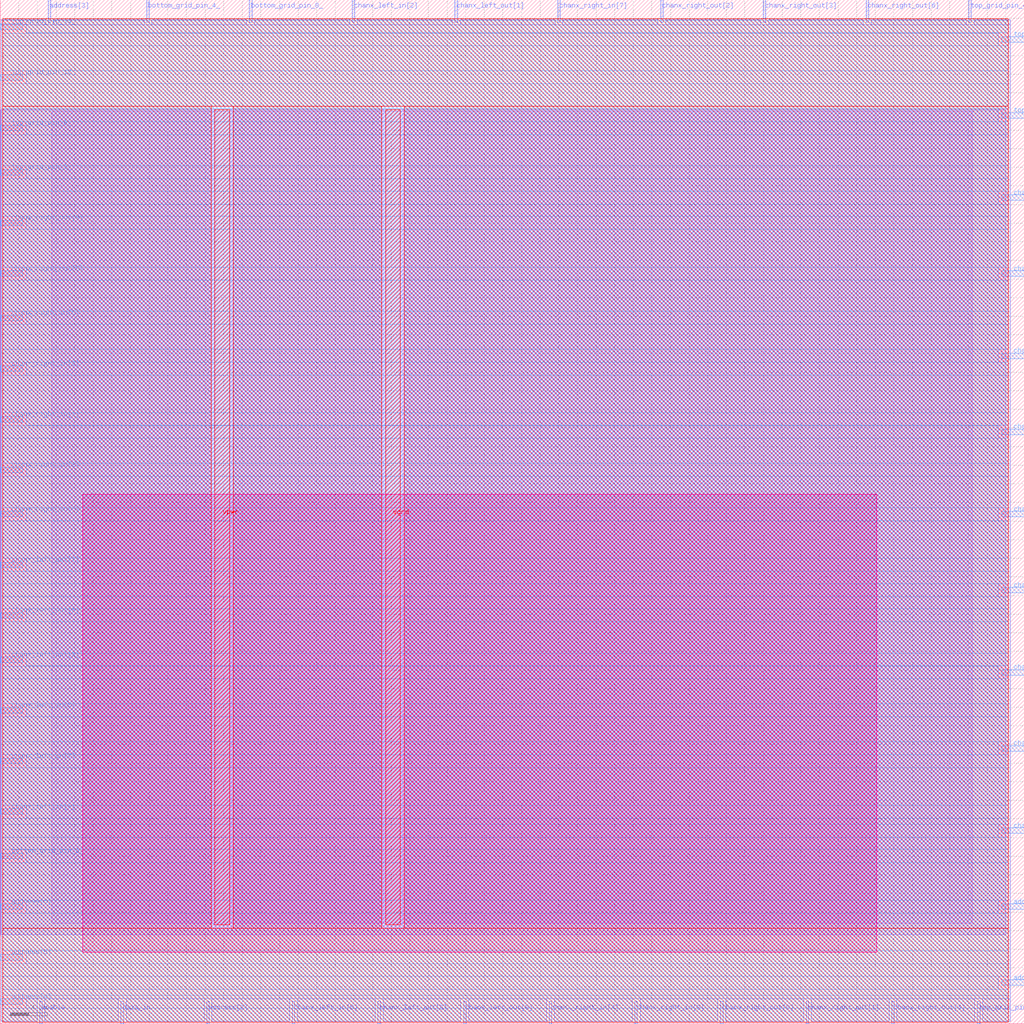
<source format=lef>
VERSION 5.7 ;
  NOWIREEXTENSIONATPIN ON ;
  DIVIDERCHAR "/" ;
  BUSBITCHARS "[]" ;
MACRO cbx_1__3_
  CLASS BLOCK ;
  FOREIGN cbx_1__3_ ;
  ORIGIN 0.000 0.000 ;
  SIZE 110.000 BY 110.000 ;
  PIN address[0]
    DIRECTION INPUT ;
    PORT
      LAYER met3 ;
        RECT 107.600 4.120 110.000 4.720 ;
    END
  END address[0]
  PIN address[1]
    DIRECTION INPUT ;
    PORT
      LAYER met3 ;
        RECT 107.600 12.280 110.000 12.880 ;
    END
  END address[1]
  PIN address[2]
    DIRECTION INPUT ;
    PORT
      LAYER met2 ;
        RECT 22.170 0.000 22.450 2.400 ;
    END
  END address[2]
  PIN address[3]
    DIRECTION INPUT ;
    PORT
      LAYER met2 ;
        RECT 5.150 107.600 5.430 110.000 ;
    END
  END address[3]
  PIN address[4]
    DIRECTION INPUT ;
    PORT
      LAYER met3 ;
        RECT 0.000 2.080 2.400 2.680 ;
    END
  END address[4]
  PIN address[5]
    DIRECTION INPUT ;
    PORT
      LAYER met3 ;
        RECT 0.000 6.840 2.400 7.440 ;
    END
  END address[5]
  PIN address[6]
    DIRECTION INPUT ;
    PORT
      LAYER met3 ;
        RECT 0.000 12.280 2.400 12.880 ;
    END
  END address[6]
  PIN bottom_grid_pin_0_
    DIRECTION OUTPUT TRISTATE ;
    PORT
      LAYER met3 ;
        RECT 0.000 17.720 2.400 18.320 ;
    END
  END bottom_grid_pin_0_
  PIN bottom_grid_pin_4_
    DIRECTION OUTPUT TRISTATE ;
    PORT
      LAYER met2 ;
        RECT 15.730 107.600 16.010 110.000 ;
    END
  END bottom_grid_pin_4_
  PIN bottom_grid_pin_8_
    DIRECTION OUTPUT TRISTATE ;
    PORT
      LAYER met2 ;
        RECT 26.770 107.600 27.050 110.000 ;
    END
  END bottom_grid_pin_8_
  PIN chanx_left_in[0]
    DIRECTION INPUT ;
    PORT
      LAYER met3 ;
        RECT 0.000 22.480 2.400 23.080 ;
    END
  END chanx_left_in[0]
  PIN chanx_left_in[1]
    DIRECTION INPUT ;
    PORT
      LAYER met3 ;
        RECT 107.600 20.440 110.000 21.040 ;
    END
  END chanx_left_in[1]
  PIN chanx_left_in[2]
    DIRECTION INPUT ;
    PORT
      LAYER met2 ;
        RECT 37.810 107.600 38.090 110.000 ;
    END
  END chanx_left_in[2]
  PIN chanx_left_in[3]
    DIRECTION INPUT ;
    PORT
      LAYER met3 ;
        RECT 107.600 29.280 110.000 29.880 ;
    END
  END chanx_left_in[3]
  PIN chanx_left_in[4]
    DIRECTION INPUT ;
    PORT
      LAYER met3 ;
        RECT 107.600 37.440 110.000 38.040 ;
    END
  END chanx_left_in[4]
  PIN chanx_left_in[5]
    DIRECTION INPUT ;
    PORT
      LAYER met3 ;
        RECT 107.600 46.280 110.000 46.880 ;
    END
  END chanx_left_in[5]
  PIN chanx_left_in[6]
    DIRECTION INPUT ;
    PORT
      LAYER met2 ;
        RECT 31.370 0.000 31.650 2.400 ;
    END
  END chanx_left_in[6]
  PIN chanx_left_in[7]
    DIRECTION INPUT ;
    PORT
      LAYER met3 ;
        RECT 0.000 27.920 2.400 28.520 ;
    END
  END chanx_left_in[7]
  PIN chanx_left_in[8]
    DIRECTION INPUT ;
    PORT
      LAYER met3 ;
        RECT 0.000 33.360 2.400 33.960 ;
    END
  END chanx_left_in[8]
  PIN chanx_left_out[0]
    DIRECTION OUTPUT TRISTATE ;
    PORT
      LAYER met3 ;
        RECT 107.600 54.440 110.000 55.040 ;
    END
  END chanx_left_out[0]
  PIN chanx_left_out[1]
    DIRECTION OUTPUT TRISTATE ;
    PORT
      LAYER met2 ;
        RECT 48.850 107.600 49.130 110.000 ;
    END
  END chanx_left_out[1]
  PIN chanx_left_out[2]
    DIRECTION OUTPUT TRISTATE ;
    PORT
      LAYER met3 ;
        RECT 107.600 63.280 110.000 63.880 ;
    END
  END chanx_left_out[2]
  PIN chanx_left_out[3]
    DIRECTION OUTPUT TRISTATE ;
    PORT
      LAYER met3 ;
        RECT 0.000 38.800 2.400 39.400 ;
    END
  END chanx_left_out[3]
  PIN chanx_left_out[4]
    DIRECTION OUTPUT TRISTATE ;
    PORT
      LAYER met3 ;
        RECT 107.600 71.440 110.000 72.040 ;
    END
  END chanx_left_out[4]
  PIN chanx_left_out[5]
    DIRECTION OUTPUT TRISTATE ;
    PORT
      LAYER met2 ;
        RECT 40.570 0.000 40.850 2.400 ;
    END
  END chanx_left_out[5]
  PIN chanx_left_out[6]
    DIRECTION OUTPUT TRISTATE ;
    PORT
      LAYER met3 ;
        RECT 0.000 43.560 2.400 44.160 ;
    END
  END chanx_left_out[6]
  PIN chanx_left_out[7]
    DIRECTION OUTPUT TRISTATE ;
    PORT
      LAYER met3 ;
        RECT 0.000 49.000 2.400 49.600 ;
    END
  END chanx_left_out[7]
  PIN chanx_left_out[8]
    DIRECTION OUTPUT TRISTATE ;
    PORT
      LAYER met2 ;
        RECT 49.770 0.000 50.050 2.400 ;
    END
  END chanx_left_out[8]
  PIN chanx_right_in[0]
    DIRECTION INPUT ;
    PORT
      LAYER met3 ;
        RECT 0.000 54.440 2.400 55.040 ;
    END
  END chanx_right_in[0]
  PIN chanx_right_in[1]
    DIRECTION INPUT ;
    PORT
      LAYER met3 ;
        RECT 107.600 80.280 110.000 80.880 ;
    END
  END chanx_right_in[1]
  PIN chanx_right_in[2]
    DIRECTION INPUT ;
    PORT
      LAYER met3 ;
        RECT 0.000 59.200 2.400 59.800 ;
    END
  END chanx_right_in[2]
  PIN chanx_right_in[3]
    DIRECTION INPUT ;
    PORT
      LAYER met3 ;
        RECT 0.000 64.640 2.400 65.240 ;
    END
  END chanx_right_in[3]
  PIN chanx_right_in[4]
    DIRECTION INPUT ;
    PORT
      LAYER met2 ;
        RECT 58.970 0.000 59.250 2.400 ;
    END
  END chanx_right_in[4]
  PIN chanx_right_in[5]
    DIRECTION INPUT ;
    PORT
      LAYER met3 ;
        RECT 0.000 70.080 2.400 70.680 ;
    END
  END chanx_right_in[5]
  PIN chanx_right_in[6]
    DIRECTION INPUT ;
    PORT
      LAYER met3 ;
        RECT 0.000 75.520 2.400 76.120 ;
    END
  END chanx_right_in[6]
  PIN chanx_right_in[7]
    DIRECTION INPUT ;
    PORT
      LAYER met2 ;
        RECT 59.890 107.600 60.170 110.000 ;
    END
  END chanx_right_in[7]
  PIN chanx_right_in[8]
    DIRECTION INPUT ;
    PORT
      LAYER met2 ;
        RECT 68.170 0.000 68.450 2.400 ;
    END
  END chanx_right_in[8]
  PIN chanx_right_out[0]
    DIRECTION OUTPUT TRISTATE ;
    PORT
      LAYER met2 ;
        RECT 77.370 0.000 77.650 2.400 ;
    END
  END chanx_right_out[0]
  PIN chanx_right_out[1]
    DIRECTION OUTPUT TRISTATE ;
    PORT
      LAYER met2 ;
        RECT 86.570 0.000 86.850 2.400 ;
    END
  END chanx_right_out[1]
  PIN chanx_right_out[2]
    DIRECTION OUTPUT TRISTATE ;
    PORT
      LAYER met2 ;
        RECT 70.930 107.600 71.210 110.000 ;
    END
  END chanx_right_out[2]
  PIN chanx_right_out[3]
    DIRECTION OUTPUT TRISTATE ;
    PORT
      LAYER met2 ;
        RECT 81.970 107.600 82.250 110.000 ;
    END
  END chanx_right_out[3]
  PIN chanx_right_out[4]
    DIRECTION OUTPUT TRISTATE ;
    PORT
      LAYER met2 ;
        RECT 95.770 0.000 96.050 2.400 ;
    END
  END chanx_right_out[4]
  PIN chanx_right_out[5]
    DIRECTION OUTPUT TRISTATE ;
    PORT
      LAYER met3 ;
        RECT 0.000 80.280 2.400 80.880 ;
    END
  END chanx_right_out[5]
  PIN chanx_right_out[6]
    DIRECTION OUTPUT TRISTATE ;
    PORT
      LAYER met2 ;
        RECT 93.010 107.600 93.290 110.000 ;
    END
  END chanx_right_out[6]
  PIN chanx_right_out[7]
    DIRECTION OUTPUT TRISTATE ;
    PORT
      LAYER met3 ;
        RECT 107.600 88.440 110.000 89.040 ;
    END
  END chanx_right_out[7]
  PIN chanx_right_out[8]
    DIRECTION OUTPUT TRISTATE ;
    PORT
      LAYER met3 ;
        RECT 0.000 85.720 2.400 86.320 ;
    END
  END chanx_right_out[8]
  PIN data_in
    DIRECTION INPUT ;
    PORT
      LAYER met2 ;
        RECT 12.970 0.000 13.250 2.400 ;
    END
  END data_in
  PIN enable
    DIRECTION INPUT ;
    PORT
      LAYER met2 ;
        RECT 4.230 0.000 4.510 2.400 ;
    END
  END enable
  PIN top_grid_pin_0_
    DIRECTION OUTPUT TRISTATE ;
    PORT
      LAYER met3 ;
        RECT 107.600 97.280 110.000 97.880 ;
    END
  END top_grid_pin_0_
  PIN top_grid_pin_10_
    DIRECTION OUTPUT TRISTATE ;
    PORT
      LAYER met2 ;
        RECT 104.970 0.000 105.250 2.400 ;
    END
  END top_grid_pin_10_
  PIN top_grid_pin_12_
    DIRECTION OUTPUT TRISTATE ;
    PORT
      LAYER met3 ;
        RECT 0.000 101.360 2.400 101.960 ;
    END
  END top_grid_pin_12_
  PIN top_grid_pin_14_
    DIRECTION OUTPUT TRISTATE ;
    PORT
      LAYER met3 ;
        RECT 0.000 106.800 2.400 107.400 ;
    END
  END top_grid_pin_14_
  PIN top_grid_pin_2_
    DIRECTION OUTPUT TRISTATE ;
    PORT
      LAYER met3 ;
        RECT 0.000 91.160 2.400 91.760 ;
    END
  END top_grid_pin_2_
  PIN top_grid_pin_4_
    DIRECTION OUTPUT TRISTATE ;
    PORT
      LAYER met2 ;
        RECT 104.050 107.600 104.330 110.000 ;
    END
  END top_grid_pin_4_
  PIN top_grid_pin_6_
    DIRECTION OUTPUT TRISTATE ;
    PORT
      LAYER met3 ;
        RECT 107.600 105.440 110.000 106.040 ;
    END
  END top_grid_pin_6_
  PIN top_grid_pin_8_
    DIRECTION OUTPUT TRISTATE ;
    PORT
      LAYER met3 ;
        RECT 0.000 95.920 2.400 96.520 ;
    END
  END top_grid_pin_8_
  PIN vpwr
    DIRECTION INPUT ;
    PORT
      LAYER met4 ;
        RECT 23.055 10.640 24.655 98.160 ;
    END
  END vpwr
  PIN vgnd
    DIRECTION INPUT ;
    PORT
      LAYER met4 ;
        RECT 41.385 10.640 42.985 98.160 ;
    END
  END vgnd
  OBS
      LAYER li1 ;
        RECT 5.520 10.795 104.420 98.005 ;
      LAYER met1 ;
        RECT 0.070 9.560 108.030 98.160 ;
      LAYER met2 ;
        RECT 0.090 107.320 4.870 107.850 ;
        RECT 5.710 107.320 15.450 107.850 ;
        RECT 16.290 107.320 26.490 107.850 ;
        RECT 27.330 107.320 37.530 107.850 ;
        RECT 38.370 107.320 48.570 107.850 ;
        RECT 49.410 107.320 59.610 107.850 ;
        RECT 60.450 107.320 70.650 107.850 ;
        RECT 71.490 107.320 81.690 107.850 ;
        RECT 82.530 107.320 92.730 107.850 ;
        RECT 93.570 107.320 103.770 107.850 ;
        RECT 104.610 107.320 108.470 107.850 ;
        RECT 0.090 2.680 108.470 107.320 ;
        RECT 0.090 0.270 3.950 2.680 ;
        RECT 4.790 0.270 12.690 2.680 ;
        RECT 13.530 0.270 21.890 2.680 ;
        RECT 22.730 0.270 31.090 2.680 ;
        RECT 31.930 0.270 40.290 2.680 ;
        RECT 41.130 0.270 49.490 2.680 ;
        RECT 50.330 0.270 58.690 2.680 ;
        RECT 59.530 0.270 67.890 2.680 ;
        RECT 68.730 0.270 77.090 2.680 ;
        RECT 77.930 0.270 86.290 2.680 ;
        RECT 87.130 0.270 95.490 2.680 ;
        RECT 96.330 0.270 104.690 2.680 ;
        RECT 105.530 0.270 108.470 2.680 ;
      LAYER met3 ;
        RECT 0.270 107.800 108.290 107.945 ;
        RECT 2.800 106.440 108.290 107.800 ;
        RECT 2.800 106.400 107.200 106.440 ;
        RECT 0.270 105.040 107.200 106.400 ;
        RECT 0.270 102.360 108.290 105.040 ;
        RECT 2.800 100.960 108.290 102.360 ;
        RECT 0.270 98.280 108.290 100.960 ;
        RECT 0.270 96.920 107.200 98.280 ;
        RECT 2.800 96.880 107.200 96.920 ;
        RECT 2.800 95.520 108.290 96.880 ;
        RECT 0.270 92.160 108.290 95.520 ;
        RECT 2.800 90.760 108.290 92.160 ;
        RECT 0.270 89.440 108.290 90.760 ;
        RECT 0.270 88.040 107.200 89.440 ;
        RECT 0.270 86.720 108.290 88.040 ;
        RECT 2.800 85.320 108.290 86.720 ;
        RECT 0.270 81.280 108.290 85.320 ;
        RECT 2.800 79.880 107.200 81.280 ;
        RECT 0.270 76.520 108.290 79.880 ;
        RECT 2.800 75.120 108.290 76.520 ;
        RECT 0.270 72.440 108.290 75.120 ;
        RECT 0.270 71.080 107.200 72.440 ;
        RECT 2.800 71.040 107.200 71.080 ;
        RECT 2.800 69.680 108.290 71.040 ;
        RECT 0.270 65.640 108.290 69.680 ;
        RECT 2.800 64.280 108.290 65.640 ;
        RECT 2.800 64.240 107.200 64.280 ;
        RECT 0.270 62.880 107.200 64.240 ;
        RECT 0.270 60.200 108.290 62.880 ;
        RECT 2.800 58.800 108.290 60.200 ;
        RECT 0.270 55.440 108.290 58.800 ;
        RECT 2.800 54.040 107.200 55.440 ;
        RECT 0.270 50.000 108.290 54.040 ;
        RECT 2.800 48.600 108.290 50.000 ;
        RECT 0.270 47.280 108.290 48.600 ;
        RECT 0.270 45.880 107.200 47.280 ;
        RECT 0.270 44.560 108.290 45.880 ;
        RECT 2.800 43.160 108.290 44.560 ;
        RECT 0.270 39.800 108.290 43.160 ;
        RECT 2.800 38.440 108.290 39.800 ;
        RECT 2.800 38.400 107.200 38.440 ;
        RECT 0.270 37.040 107.200 38.400 ;
        RECT 0.270 34.360 108.290 37.040 ;
        RECT 2.800 32.960 108.290 34.360 ;
        RECT 0.270 30.280 108.290 32.960 ;
        RECT 0.270 28.920 107.200 30.280 ;
        RECT 2.800 28.880 107.200 28.920 ;
        RECT 2.800 27.520 108.290 28.880 ;
        RECT 0.270 23.480 108.290 27.520 ;
        RECT 2.800 22.080 108.290 23.480 ;
        RECT 0.270 21.440 108.290 22.080 ;
        RECT 0.270 20.040 107.200 21.440 ;
        RECT 0.270 18.720 108.290 20.040 ;
        RECT 2.800 17.320 108.290 18.720 ;
        RECT 0.270 13.280 108.290 17.320 ;
        RECT 2.800 11.880 107.200 13.280 ;
        RECT 0.270 7.840 108.290 11.880 ;
        RECT 2.800 6.440 108.290 7.840 ;
        RECT 0.270 5.120 108.290 6.440 ;
        RECT 0.270 3.720 107.200 5.120 ;
        RECT 0.270 3.080 108.290 3.720 ;
        RECT 2.800 1.680 108.290 3.080 ;
        RECT 0.270 0.175 108.290 1.680 ;
      LAYER met4 ;
        RECT 0.295 98.560 108.265 107.945 ;
        RECT 0.295 10.240 22.655 98.560 ;
        RECT 25.055 10.240 40.985 98.560 ;
        RECT 43.385 10.240 108.265 98.560 ;
        RECT 0.295 0.175 108.265 10.240 ;
      LAYER met5 ;
        RECT 8.860 7.700 94.180 56.900 ;
  END
END cbx_1__3_
END LIBRARY


</source>
